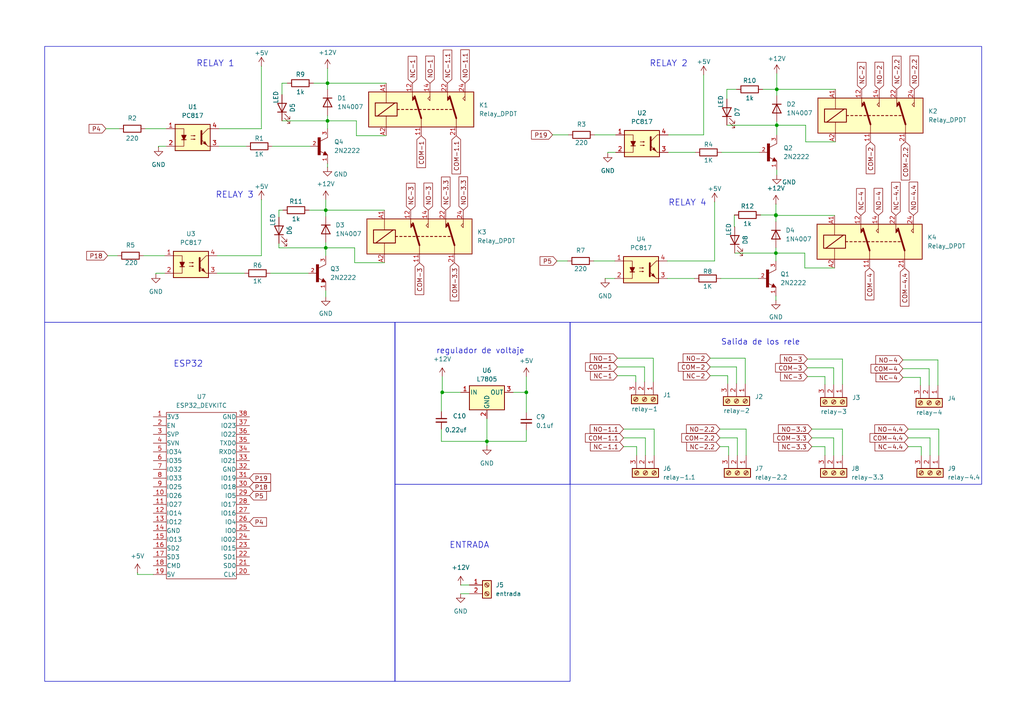
<source format=kicad_sch>
(kicad_sch (version 20250114) (generator "eeschema") (generator_version "9.0")
  (paper "A4")
  (lib_symbols
    (symbol "2N2222:2N2222" (pin_names (offset 1.016))
      (property "Reference" "Q" (at -10.16 7.62 0))
      (property "Value" "2N2222" (at -10.16 -7.62 0))
      (symbol "2N2222_0_0"
        (pin passive line (at -2.54 0 0) (length 2.54) (name "~") (number "2"))
        (pin passive line (at 2.54 5.08 270) (length 2.54) (name "~") (number "3"))
        (pin passive line (at 2.54 -5.08 90) (length 2.54) (name "~") (number "1"))
      )
    )
    (symbol "Connector:Screw_Terminal_01x02" (pin_names (offset 1.016) (hide yes))
      (property "Reference" "J" (at 0 2.54 0))
      (property "Value" "Screw_Terminal_01x02" (at 0 -5.08 0))
      (symbol "Screw_Terminal_01x02_1_1"
        (pin passive line (at -5.08 0 0) (length 3.81) (name "Pin_1") (number "1"))
        (pin passive line (at -5.08 -2.54 0) (length 3.81) (name "Pin_2") (number "2"))
      )
    )
    (symbol "Connector:Screw_Terminal_01x03" (pin_names (offset 1.016) (hide yes))
      (property "Reference" "J" (at 0 5.08 0))
      (property "Value" "Screw_Terminal_01x03" (at 0 -5.08 0))
      (symbol "Screw_Terminal_01x03_1_1"
        (pin passive line (at -5.08 2.54 0) (length 3.81) (name "Pin_1") (number "1"))
        (pin passive line (at -5.08 0 0) (length 3.81) (name "Pin_2") (number "2"))
        (pin passive line (at -5.08 -2.54 0) (length 3.81) (name "Pin_3") (number "3"))
      )
    )
    (symbol "Device:C_Small" (pin_numbers (hide yes)) (pin_names (offset 0.254) (hide yes))
      (property "Reference" "C" (at 0.254 1.778 0))
      (property "Value" "C_Small" (at 0.254 -2.032 0))
      (symbol "C_Small_1_1"
        (pin passive line (at 0 2.54 270) (length 2.032) (name "~") (number "1"))
        (pin passive line (at 0 -2.54 90) (length 2.032) (name "~") (number "2"))
      )
    )
    (symbol "Device:LED" (pin_numbers (hide yes)) (pin_names (offset 1.016) (hide yes))
      (property "Reference" "D" (at 0 2.54 0))
      (property "Value" "LED" (at 0 -2.54 0))
      (symbol "LED_1_1"
        (pin passive line (at -3.81 0 0) (length 2.54) (name "K") (number "1"))
        (pin passive line (at 3.81 0 180) (length 2.54) (name "A") (number "2"))
      )
    )
    (symbol "Device:R" (pin_numbers (hide yes)) (pin_names (offset 0))
      (property "Reference" "R" (at 2.032 0 90))
      (property "Value" "R" (at 0 0 90))
      (symbol "R_1_1"
        (pin passive line (at 0 3.81 270) (length 1.27) (name "~") (number "1"))
        (pin passive line (at 0 -3.81 90) (length 1.27) (name "~") (number "2"))
      )
    )
    (symbol "Diode:1N4007" (pin_numbers (hide yes)) (pin_names (hide yes))
      (property "Reference" "D" (at 0 2.54 0))
      (property "Value" "1N4007" (at 0 -2.54 0))
      (symbol "1N4007_1_1"
        (pin passive line (at -3.81 0 0) (length 2.54) (name "K") (number "1"))
        (pin passive line (at 3.81 0 180) (length 2.54) (name "A") (number "2"))
      )
    )
    (symbol "EESTN5:ESP32_DEVKITC" (pin_names (offset 0.0254))
      (property "Reference" "U" (at 0 25.4 0))
      (property "Value" "ESP32_DEVKITC" (at 0 -25.4 0))
      (symbol "ESP32_DEVKITC_1_1"
        (pin passive line (at -13.97 22.86 0) (length 3.81) (name "3V3") (number "1"))
        (pin passive line (at -13.97 20.32 0) (length 3.81) (name "EN") (number "2"))
        (pin passive line (at -13.97 17.78 0) (length 3.81) (name "SVP") (number "3"))
        (pin passive line (at -13.97 15.24 0) (length 3.81) (name "SVN") (number "4"))
        (pin passive line (at -13.97 12.7 0) (length 3.81) (name "IO34") (number "5"))
        (pin passive line (at -13.97 10.16 0) (length 3.81) (name "IO35") (number "6"))
        (pin passive line (at -13.97 7.62 0) (length 3.81) (name "IO32") (number "7"))
        (pin passive line (at -13.97 5.08 0) (length 3.81) (name "IO33") (number "8"))
        (pin passive line (at -13.97 2.54 0) (length 3.81) (name "IO25") (number "9"))
        (pin passive line (at -13.97 0 0) (length 3.81) (name "IO26") (number "10"))
        (pin passive line (at -13.97 -2.54 0) (length 3.81) (name "IO27") (number "11"))
        (pin passive line (at -13.97 -5.08 0) (length 3.81) (name "IO14") (number "12"))
        (pin passive line (at -13.97 -7.62 0) (length 3.81) (name "IO12") (number "13"))
        (pin passive line (at -13.97 -10.16 0) (length 3.81) (name "GND") (number "14"))
        (pin passive line (at -13.97 -12.7 0) (length 3.81) (name "IO13") (number "15"))
        (pin passive line (at -13.97 -15.24 0) (length 3.81) (name "SD2") (number "16"))
        (pin passive line (at -13.97 -17.78 0) (length 3.81) (name "SD3") (number "17"))
        (pin passive line (at -13.97 -20.32 0) (length 3.81) (name "CMD") (number "18"))
        (pin passive line (at -13.97 -22.86 0) (length 3.81) (name "5V") (number "19"))
        (pin passive line (at 13.97 22.86 180) (length 3.81) (name "GND") (number "38"))
        (pin passive line (at 13.97 20.32 180) (length 3.81) (name "IO23") (number "37"))
        (pin passive line (at 13.97 17.78 180) (length 3.81) (name "IO22") (number "36"))
        (pin passive line (at 13.97 15.24 180) (length 3.81) (name "TXD0") (number "35"))
        (pin passive line (at 13.97 12.7 180) (length 3.81) (name "RXD0") (number "34"))
        (pin passive line (at 13.97 10.16 180) (length 3.81) (name "IO21") (number "33"))
        (pin passive line (at 13.97 7.62 180) (length 3.81) (name "GND") (number "32"))
        (pin passive line (at 13.97 5.08 180) (length 3.81) (name "IO19") (number "31"))
        (pin passive line (at 13.97 2.54 180) (length 3.81) (name "IO18") (number "30"))
        (pin passive line (at 13.97 0 180) (length 3.81) (name "IO5") (number "29"))
        (pin passive line (at 13.97 -2.54 180) (length 3.81) (name "IO17") (number "28"))
        (pin passive line (at 13.97 -5.08 180) (length 3.81) (name "IO16") (number "27"))
        (pin passive line (at 13.97 -7.62 180) (length 3.81) (name "IO4") (number "26"))
        (pin passive line (at 13.97 -10.16 180) (length 3.81) (name "IO0") (number "25"))
        (pin passive line (at 13.97 -12.7 180) (length 3.81) (name "IO02") (number "24"))
        (pin passive line (at 13.97 -15.24 180) (length 3.81) (name "IO15") (number "23"))
        (pin passive line (at 13.97 -17.78 180) (length 3.81) (name "SD1") (number "22"))
        (pin passive line (at 13.97 -20.32 180) (length 3.81) (name "SD0") (number "21"))
        (pin passive line (at 13.97 -22.86 180) (length 3.81) (name "CLK") (number "20"))
      )
    )
    (symbol "EESTN5:PC817" (pin_names (offset 1.016))
      (property "Reference" "U" (at -5.08 5.08 0))
      (property "Value" "PC817" (at 0 5.08 0))
      (symbol "PC817_1_1"
        (pin passive line (at -7.62 2.54 0) (length 2.54) (name "~") (number "1"))
        (pin passive line (at -7.62 -2.54 0) (length 2.54) (name "~") (number "2"))
        (pin passive line (at 7.62 2.54 180) (length 2.54) (name "~") (number "4"))
        (pin passive line (at 7.62 -2.54 180) (length 2.54) (name "~") (number "3"))
      )
    )
    (symbol "Regulator_Linear:L7805" (pin_names (offset 0.254))
      (property "Reference" "U" (at -3.81 3.175 0))
      (property "Value" "L7805" (at 0 3.175 0))
      (symbol "L7805_1_1"
        (pin power_in line (at -7.62 0 0) (length 2.54) (name "IN") (number "1"))
        (pin power_in line (at 0 -7.62 90) (length 2.54) (name "GND") (number "2"))
        (pin power_out line (at 7.62 0 180) (length 2.54) (name "OUT") (number "3"))
      )
    )
    (symbol "Relay:Relay_DPDT"
      (property "Reference" "K" (at 16.51 3.81 0))
      (property "Value" "Relay_DPDT" (at 16.51 1.27 0))
      (symbol "Relay_DPDT_1_1"
        (pin passive line (at -10.16 7.62 270) (length 2.54) (name "~") (number "A1"))
        (pin passive line (at -10.16 -7.62 90) (length 2.54) (name "~") (number "A2"))
        (pin passive line (at -2.54 7.62 270) (length 2.54) (name "~") (number "12"))
        (pin passive line (at 0 -7.62 90) (length 2.54) (name "~") (number "11"))
        (pin passive line (at 2.54 7.62 270) (length 2.54) (name "~") (number "14"))
        (pin passive line (at 7.62 7.62 270) (length 2.54) (name "~") (number "22"))
        (pin passive line (at 10.16 -7.62 90) (length 2.54) (name "~") (number "21"))
        (pin passive line (at 12.7 7.62 270) (length 2.54) (name "~") (number "24"))
      )
    )
    (symbol "power:+12V" (power) (pin_numbers (hide yes)) (pin_names (offset 0) (hide yes))
      (property "Value" "+12V" (at 0 3.556 0))
      (symbol "+12V_1_1"
        (pin power_in line (at 0 0 90) (length 0) (name "~") (number "1"))
      )
    )
    (symbol "power:+5V" (power) (pin_numbers (hide yes)) (pin_names (offset 0) (hide yes))
      (property "Value" "+5V" (at 0 3.556 0))
      (symbol "+5V_1_1"
        (pin power_in line (at 0 0 90) (length 0) (name "~") (number "1"))
      )
    )
    (symbol "power:GND" (power) (pin_numbers (hide yes)) (pin_names (offset 0) (hide yes))
      (property "Value" "GND" (at 0 -3.81 0))
      (symbol "GND_1_1"
        (pin power_in line (at 0 0 270) (length 0) (name "~") (number "1"))
      )
    )
  )
  (rectangle (start 12.954 13.462) (end 284.734 93.472))
  (rectangle (start 12.954 93.472) (end 114.554 197.612))
  (rectangle (start 114.554 140.462) (end 165.354 197.612))
  (rectangle (start 165.354 93.472) (end 284.734 140.462))
  (rectangle (start 114.554 93.472) (end 165.354 140.462))
  (text "ENTRADA\n" (at 136.144 158.242 0) (effects (font (size 1.778 1.778))))
  (text "RELAY 4" (at 199.39 58.928 0) (effects (font (size 1.778 1.778))))
  (text "RELAY 2" (at 193.929 18.542 0) (effects (font (size 1.778 1.778))))
  (text "RELAY 3" (at 68.072 56.642 0) (effects (font (size 1.778 1.778))))
  (text "Salida de los rele \n" (at 221.234 99.314 0) (effects (font (size 1.651 1.651))))
  (text "RELAY 1\n" (at 62.484 18.542 0) (effects (font (size 1.778 1.778))))
  (text "regulador de voltaje \n" (at 139.954 101.854 0) (effects (font (size 1.651 1.651))))
  (text "ESP32" (at 54.61 105.664 0) (effects (font (size 1.778 1.778))))
  (junction (at 225.044 62.357))
  (junction (at 141.224 128.016))
  (junction (at 94.488 60.96))
  (junction (at 225.298 36.322))
  (junction (at 225.298 25.908))
  (junction (at 152.654 113.792))
  (junction (at 128.27 113.792))
  (junction (at 94.996 35.052))
  (junction (at 94.996 24.13))
  (junction (at 94.488 71.882))
  (junction (at 225.044 62.484))
  (junction (at 225.044 73.406))
  (wire (pts (xy 211.328 129.54) (xy 211.328 132.08)))
  (wire (pts (xy 103.378 35.052) (xy 94.996 35.052)))
  (wire (pts (xy 225.044 59.182) (xy 225.044 62.357)))
  (wire (pts (xy 216.154 103.886) (xy 216.154 111.252)))
  (wire (pts (xy 235.458 129.54) (xy 239.268 129.54)))
  (wire (pts (xy 63.5 37.338) (xy 75.819 37.338)))
  (wire (pts (xy 111.506 76.2) (xy 102.87 76.2)))
  (wire (pts (xy 180.848 129.54) (xy 184.658 129.54)))
  (wire (pts (xy 128.016 113.792) (xy 128.016 119.38)))
  (wire (pts (xy 234.188 104.14) (xy 244.348 104.14)))
  (wire (pts (xy 94.488 70.358) (xy 94.488 71.882)))
  (wire (pts (xy 172.212 75.692) (xy 178.308 75.692)))
  (wire (pts (xy 225.298 25.908) (xy 242.316 25.908)))
  (wire (pts (xy 45.212 79.248) (xy 47.752 79.248)))
  (wire (pts (xy 225.044 71.882) (xy 225.044 73.406)))
  (wire (pts (xy 133.604 169.672) (xy 136.144 169.672)))
  (wire (pts (xy 133.604 172.212) (xy 136.144 172.212)))
  (wire (pts (xy 239.268 129.54) (xy 239.268 132.08)))
  (wire (pts (xy 213.614 106.426) (xy 213.614 111.252)))
  (wire (pts (xy 263.398 129.54) (xy 267.208 129.54)))
  (wire (pts (xy 269.494 106.934) (xy 269.494 111.76)))
  (wire (pts (xy 193.802 44.196) (xy 201.676 44.196)))
  (wire (pts (xy 128.27 113.792) (xy 133.604 113.792)))
  (wire (pts (xy 241.808 106.68) (xy 241.808 111.506)))
  (wire (pts (xy 221.234 25.908) (xy 225.298 25.908)))
  (wire (pts (xy 186.944 106.426) (xy 186.944 110.744)))
  (wire (pts (xy 178.562 44.196) (xy 176.276 44.196)))
  (wire (pts (xy 128.27 109.22) (xy 128.27 113.792)))
  (wire (pts (xy 205.994 103.886) (xy 216.154 103.886)))
  (wire (pts (xy 112.014 39.37) (xy 103.378 39.37)))
  (wire (pts (xy 94.996 47.498) (xy 94.996 48.514)))
  (wire (pts (xy 94.488 84.328) (xy 94.488 86.106)))
  (wire (pts (xy 128.016 124.46) (xy 128.016 128.016)))
  (wire (pts (xy 204.089 21.717) (xy 204.089 39.116)))
  (wire (pts (xy 80.899 71.882) (xy 94.488 71.882)))
  (wire (pts (xy 225.044 62.484) (xy 225.044 64.262)))
  (wire (pts (xy 209.042 80.772) (xy 219.964 80.772)))
  (wire (pts (xy 239.268 109.22) (xy 239.268 111.506)))
  (wire (pts (xy 161.544 75.692) (xy 164.592 75.692)))
  (wire (pts (xy 80.899 60.96) (xy 80.899 62.992)))
  (wire (pts (xy 193.548 80.772) (xy 201.422 80.772)))
  (wire (pts (xy 152.654 109.22) (xy 152.654 113.792)))
  (wire (pts (xy 220.599 62.357) (xy 225.044 62.357)))
  (wire (pts (xy 78.486 79.248) (xy 89.408 79.248)))
  (wire (pts (xy 208.788 127) (xy 213.868 127)))
  (wire (pts (xy 63.5 42.418) (xy 71.374 42.418)))
  (wire (pts (xy 128.27 113.792) (xy 128.016 113.792)))
  (wire (pts (xy 48.26 42.418) (xy 45.974 42.418)))
  (wire (pts (xy 212.979 62.357) (xy 212.979 65.786)))
  (wire (pts (xy 81.788 27.432) (xy 81.788 24.13)))
  (wire (pts (xy 180.848 124.46) (xy 189.738 124.46)))
  (wire (pts (xy 141.224 128.016) (xy 141.224 129.286)))
  (wire (pts (xy 261.874 109.474) (xy 266.954 109.474)))
  (wire (pts (xy 225.044 85.852) (xy 225.044 87.122)))
  (wire (pts (xy 187.198 127) (xy 187.198 132.08)))
  (wire (pts (xy 216.408 124.46) (xy 216.408 132.08)))
  (wire (pts (xy 213.614 25.908) (xy 210.82 25.908)))
  (wire (pts (xy 75.819 19.177) (xy 75.819 37.338)))
  (wire (pts (xy 78.994 42.418) (xy 89.916 42.418)))
  (wire (pts (xy 81.788 24.13) (xy 83.312 24.13)))
  (wire (pts (xy 225.044 62.357) (xy 225.044 62.484)))
  (wire (pts (xy 225.298 35.306) (xy 225.298 36.322)))
  (wire (pts (xy 94.488 57.912) (xy 94.488 60.96)))
  (wire (pts (xy 234.188 106.68) (xy 241.808 106.68)))
  (wire (pts (xy 225.044 73.406) (xy 225.044 75.692)))
  (wire (pts (xy 184.658 129.54) (xy 184.658 132.08)))
  (wire (pts (xy 45.212 79.502) (xy 45.212 79.248)))
  (wire (pts (xy 267.208 129.54) (xy 267.208 132.08)))
  (wire (pts (xy 141.224 121.412) (xy 141.224 128.016)))
  (wire (pts (xy 179.07 103.886) (xy 189.484 103.886)))
  (wire (pts (xy 225.298 21.336) (xy 225.298 25.908)))
  (wire (pts (xy 210.82 36.322) (xy 225.298 36.322)))
  (wire (pts (xy 81.788 35.052) (xy 94.996 35.052)))
  (wire (pts (xy 179.07 108.966) (xy 184.404 108.966)))
  (wire (pts (xy 94.488 71.882) (xy 94.488 74.168)))
  (wire (pts (xy 244.348 104.14) (xy 244.348 111.506)))
  (wire (pts (xy 179.07 106.426) (xy 186.944 106.426)))
  (wire (pts (xy 176.276 44.196) (xy 176.276 44.45)))
  (wire (pts (xy 160.274 39.116) (xy 164.846 39.116)))
  (wire (pts (xy 263.398 124.46) (xy 272.288 124.46)))
  (wire (pts (xy 242.316 41.148) (xy 233.68 41.148)))
  (wire (pts (xy 205.994 108.966) (xy 211.074 108.966)))
  (wire (pts (xy 31.242 74.168) (xy 34.036 74.168)))
  (wire (pts (xy 242.062 77.724) (xy 233.426 77.724)))
  (wire (pts (xy 152.654 124.714) (xy 152.654 128.016)))
  (wire (pts (xy 62.992 74.168) (xy 75.819 74.168)))
  (wire (pts (xy 82.042 60.96) (xy 80.899 60.96)))
  (wire (pts (xy 207.264 58.547) (xy 207.264 75.692)))
  (wire (pts (xy 39.878 166.624) (xy 39.878 166.116)))
  (wire (pts (xy 208.788 124.46) (xy 216.408 124.46)))
  (wire (pts (xy 208.788 129.54) (xy 211.328 129.54)))
  (wire (pts (xy 44.45 166.624) (xy 39.878 166.624)))
  (wire (pts (xy 94.996 24.13) (xy 94.996 25.908)))
  (wire (pts (xy 30.734 37.338) (xy 34.544 37.338)))
  (wire (pts (xy 80.899 70.612) (xy 80.899 71.882)))
  (wire (pts (xy 90.932 24.13) (xy 94.996 24.13)))
  (wire (pts (xy 89.662 60.96) (xy 94.488 60.96)))
  (wire (pts (xy 225.298 36.322) (xy 233.68 36.322)))
  (wire (pts (xy 103.378 39.37) (xy 103.378 35.052)))
  (wire (pts (xy 94.488 71.882) (xy 102.87 71.882)))
  (wire (pts (xy 266.954 109.474) (xy 266.954 111.76)))
  (wire (pts (xy 102.87 76.2) (xy 102.87 71.882)))
  (wire (pts (xy 205.994 106.426) (xy 213.614 106.426)))
  (wire (pts (xy 175.514 80.772) (xy 178.308 80.772)))
  (wire (pts (xy 211.074 108.966) (xy 211.074 111.252)))
  (wire (pts (xy 172.466 39.116) (xy 178.562 39.116)))
  (wire (pts (xy 225.298 36.322) (xy 225.298 39.116)))
  (wire (pts (xy 180.848 127) (xy 187.198 127)))
  (wire (pts (xy 225.298 25.908) (xy 225.298 27.686)))
  (wire (pts (xy 272.288 124.46) (xy 272.288 132.08)))
  (wire (pts (xy 45.974 42.418) (xy 45.974 42.672)))
  (wire (pts (xy 184.404 108.966) (xy 184.404 110.744)))
  (wire (pts (xy 235.458 127) (xy 241.808 127)))
  (wire (pts (xy 263.398 127) (xy 269.748 127)))
  (wire (pts (xy 193.802 39.116) (xy 204.089 39.116)))
  (wire (pts (xy 210.82 25.908) (xy 210.82 28.702)))
  (wire (pts (xy 272.034 104.394) (xy 272.034 111.76)))
  (wire (pts (xy 261.874 106.934) (xy 269.494 106.934)))
  (wire (pts (xy 193.548 75.692) (xy 207.264 75.692)))
  (wire (pts (xy 94.996 19.812) (xy 94.996 24.13)))
  (wire (pts (xy 94.996 33.528) (xy 94.996 35.052)))
  (wire (pts (xy 152.654 128.016) (xy 141.224 128.016)))
  (wire (pts (xy 41.656 74.168) (xy 47.752 74.168)))
  (wire (pts (xy 62.992 79.248) (xy 70.866 79.248)))
  (wire (pts (xy 234.188 109.22) (xy 239.268 109.22)))
  (wire (pts (xy 213.106 73.406) (xy 225.044 73.406)))
  (wire (pts (xy 233.426 73.406) (xy 225.044 73.406)))
  (wire (pts (xy 152.654 113.792) (xy 148.844 113.792)))
  (wire (pts (xy 189.484 103.886) (xy 189.484 110.744)))
  (wire (pts (xy 94.488 60.96) (xy 111.506 60.96)))
  (wire (pts (xy 225.044 62.484) (xy 242.062 62.484)))
  (wire (pts (xy 209.296 44.196) (xy 220.218 44.196)))
  (wire (pts (xy 261.874 104.394) (xy 272.034 104.394)))
  (wire (pts (xy 94.996 35.052) (xy 94.996 37.338)))
  (wire (pts (xy 212.979 65.786) (xy 213.106 65.786)))
  (wire (pts (xy 225.298 49.276) (xy 225.298 50.8)))
  (wire (pts (xy 233.68 41.148) (xy 233.68 36.322)))
  (wire (pts (xy 152.654 113.792) (xy 152.654 119.634)))
  (wire (pts (xy 42.164 37.338) (xy 48.26 37.338)))
  (wire (pts (xy 241.808 127) (xy 241.808 132.08)))
  (wire (pts (xy 75.819 57.912) (xy 75.819 74.168)))
  (wire (pts (xy 128.016 128.016) (xy 141.224 128.016)))
  (wire (pts (xy 233.426 77.724) (xy 233.426 73.406)))
  (wire (pts (xy 94.996 24.13) (xy 112.014 24.13)))
  (wire (pts (xy 235.458 124.46) (xy 244.348 124.46)))
  (wire (pts (xy 94.488 60.96) (xy 94.488 62.738)))
  (wire (pts (xy 189.738 124.46) (xy 189.738 132.08)))
  (wire (pts (xy 244.348 124.46) (xy 244.348 132.08)))
  (wire (pts (xy 213.868 127) (xy 213.868 132.08)))
  (wire (pts (xy 269.748 127) (xy 269.748 132.08)))
  (global_label "COM-1.1" (shape input) (at 132.334 39.37 270) (property "Intersheetrefs" "${INTERSHEET_REFS}" (effects (hide yes))))
  (global_label "NO-4" (shape input) (at 261.874 104.394 180) (property "Intersheetrefs" "${INTERSHEET_REFS}" (effects (hide yes))))
  (global_label "COM-3.3" (shape input) (at 235.458 127 180) (property "Intersheetrefs" "${INTERSHEET_REFS}" (effects (hide yes))))
  (global_label "COM-3" (shape input) (at 121.666 76.2 270) (property "Intersheetrefs" "${INTERSHEET_REFS}" (effects (hide yes))))
  (global_label "COM-4.4" (shape input) (at 263.398 127 180) (property "Intersheetrefs" "${INTERSHEET_REFS}" (effects (hide yes))))
  (global_label "P19" (shape input) (at 160.274 39.116 180) (property "Intersheetrefs" "${INTERSHEET_REFS}" (effects (hide yes))))
  (global_label "NC-3.3" (shape input) (at 129.286 60.96 90) (property "Intersheetrefs" "${INTERSHEET_REFS}" (effects (hide yes))))
  (global_label "NO-2" (shape input) (at 205.994 103.886 180) (property "Intersheetrefs" "${INTERSHEET_REFS}" (effects (hide yes))))
  (global_label "COM-1" (shape input) (at 179.07 106.426 180) (property "Intersheetrefs" "${INTERSHEET_REFS}" (effects (hide yes))))
  (global_label "NO-1.1" (shape input) (at 180.848 124.46 180) (property "Intersheetrefs" "${INTERSHEET_REFS}" (effects (hide yes))))
  (global_label "NC-2.2" (shape input) (at 208.788 129.54 180) (property "Intersheetrefs" "${INTERSHEET_REFS}" (effects (hide yes))))
  (global_label "COM-4" (shape input) (at 252.222 77.724 270) (property "Intersheetrefs" "${INTERSHEET_REFS}" (effects (hide yes))))
  (global_label "NO-4.4" (shape input) (at 264.922 62.484 90) (property "Intersheetrefs" "${INTERSHEET_REFS}" (effects (hide yes))))
  (global_label "COM-2.2" (shape input) (at 208.788 127 180) (property "Intersheetrefs" "${INTERSHEET_REFS}" (effects (hide yes))))
  (global_label "NO-3" (shape input) (at 124.206 60.96 90) (property "Intersheetrefs" "${INTERSHEET_REFS}" (effects (hide yes))))
  (global_label "NC-1" (shape input) (at 119.634 24.13 90) (property "Intersheetrefs" "${INTERSHEET_REFS}" (effects (hide yes))))
  (global_label "NC-2" (shape input) (at 205.994 108.966 180) (property "Intersheetrefs" "${INTERSHEET_REFS}" (effects (hide yes))))
  (global_label "COM-2" (shape input) (at 252.476 41.148 270) (property "Intersheetrefs" "${INTERSHEET_REFS}" (effects (hide yes))))
  (global_label "NC-1" (shape input) (at 179.07 108.966 180) (property "Intersheetrefs" "${INTERSHEET_REFS}" (effects (hide yes))))
  (global_label "NO-2.2" (shape input) (at 265.176 25.908 90) (property "Intersheetrefs" "${INTERSHEET_REFS}" (effects (hide yes))))
  (global_label "NC-4.4" (shape input) (at 259.842 62.484 90) (property "Intersheetrefs" "${INTERSHEET_REFS}" (effects (hide yes))))
  (global_label "COM-1" (shape input) (at 122.174 39.37 270) (property "Intersheetrefs" "${INTERSHEET_REFS}" (effects (hide yes))))
  (global_label "COM-4" (shape input) (at 261.874 106.934 180) (property "Intersheetrefs" "${INTERSHEET_REFS}" (effects (hide yes))))
  (global_label "NO-1" (shape input) (at 124.714 24.13 90) (property "Intersheetrefs" "${INTERSHEET_REFS}" (effects (hide yes))))
  (global_label "NO-3.3" (shape input) (at 235.458 124.46 180) (property "Intersheetrefs" "${INTERSHEET_REFS}" (effects (hide yes))))
  (global_label "NO-4.4" (shape input) (at 263.398 124.46 180) (property "Intersheetrefs" "${INTERSHEET_REFS}" (effects (hide yes))))
  (global_label "P5" (shape input) (at 161.544 75.692 180) (property "Intersheetrefs" "${INTERSHEET_REFS}" (effects (hide yes))))
  (global_label "NC-4" (shape input) (at 249.682 62.484 90) (property "Intersheetrefs" "${INTERSHEET_REFS}" (effects (hide yes))))
  (global_label "COM-3.3" (shape input) (at 131.826 76.2 270) (property "Intersheetrefs" "${INTERSHEET_REFS}" (effects (hide yes))))
  (global_label "COM-4.4" (shape input) (at 262.382 77.724 270) (property "Intersheetrefs" "${INTERSHEET_REFS}" (effects (hide yes))))
  (global_label "P18" (shape input) (at 72.39 141.224 0) (property "Intersheetrefs" "${INTERSHEET_REFS}" (effects (hide yes))))
  (global_label "P18" (shape input) (at 31.242 74.168 180) (property "Intersheetrefs" "${INTERSHEET_REFS}" (effects (hide yes))))
  (global_label "NC-2" (shape input) (at 249.936 25.908 90) (property "Intersheetrefs" "${INTERSHEET_REFS}" (effects (hide yes))))
  (global_label "NC-4" (shape input) (at 261.874 109.474 180) (property "Intersheetrefs" "${INTERSHEET_REFS}" (effects (hide yes))))
  (global_label "NC-3.3" (shape input) (at 235.458 129.54 180) (property "Intersheetrefs" "${INTERSHEET_REFS}" (effects (hide yes))))
  (global_label "NC-2.2" (shape input) (at 260.096 25.908 90) (property "Intersheetrefs" "${INTERSHEET_REFS}" (effects (hide yes))))
  (global_label "P19" (shape input) (at 72.39 138.684 0) (property "Intersheetrefs" "${INTERSHEET_REFS}" (effects (hide yes))))
  (global_label "NO-4" (shape input) (at 254.762 62.484 90) (property "Intersheetrefs" "${INTERSHEET_REFS}" (effects (hide yes))))
  (global_label "NO-3" (shape input) (at 234.188 104.14 180) (property "Intersheetrefs" "${INTERSHEET_REFS}" (effects (hide yes))))
  (global_label "COM-1.1" (shape input) (at 180.848 127 180) (property "Intersheetrefs" "${INTERSHEET_REFS}" (effects (hide yes))))
  (global_label "NO-2" (shape input) (at 255.016 25.908 90) (property "Intersheetrefs" "${INTERSHEET_REFS}" (effects (hide yes))))
  (global_label "NC-1.1" (shape input) (at 129.794 24.13 90) (property "Intersheetrefs" "${INTERSHEET_REFS}" (effects (hide yes))))
  (global_label "P5" (shape input) (at 72.39 143.764 0) (property "Intersheetrefs" "${INTERSHEET_REFS}" (effects (hide yes))))
  (global_label "NO-3.3" (shape input) (at 134.366 60.96 90) (property "Intersheetrefs" "${INTERSHEET_REFS}" (effects (hide yes))))
  (global_label "NO-1.1" (shape input) (at 134.874 24.13 90) (property "Intersheetrefs" "${INTERSHEET_REFS}" (effects (hide yes))))
  (global_label "P4" (shape input) (at 30.734 37.338 180) (property "Intersheetrefs" "${INTERSHEET_REFS}" (effects (hide yes))))
  (global_label "NC-1.1" (shape input) (at 180.848 129.54 180) (property "Intersheetrefs" "${INTERSHEET_REFS}" (effects (hide yes))))
  (global_label "P4" (shape input) (at 72.39 151.384 0) (property "Intersheetrefs" "${INTERSHEET_REFS}" (effects (hide yes))))
  (global_label "NC-3" (shape input) (at 234.188 109.22 180) (property "Intersheetrefs" "${INTERSHEET_REFS}" (effects (hide yes))))
  (global_label "NO-1" (shape input) (at 179.07 103.886 180) (property "Intersheetrefs" "${INTERSHEET_REFS}" (effects (hide yes))))
  (global_label "NC-4.4" (shape input) (at 263.398 129.54 180) (property "Intersheetrefs" "${INTERSHEET_REFS}" (effects (hide yes))))
  (global_label "COM-3" (shape input) (at 234.188 106.68 180) (property "Intersheetrefs" "${INTERSHEET_REFS}" (effects (hide yes))))
  (global_label "NC-3" (shape input) (at 119.126 60.96 90) (property "Intersheetrefs" "${INTERSHEET_REFS}" (effects (hide yes))))
  (global_label "COM-2.2" (shape input) (at 262.636 41.148 270) (property "Intersheetrefs" "${INTERSHEET_REFS}" (effects (hide yes))))
  (global_label "NO-2.2" (shape input) (at 208.788 124.46 180) (property "Intersheetrefs" "${INTERSHEET_REFS}" (effects (hide yes))))
  (global_label "COM-2" (shape input) (at 205.994 106.426 180) (property "Intersheetrefs" "${INTERSHEET_REFS}" (effects (hide yes))))
  (symbol (lib_id "2N2222:2N2222") (at 222.758 44.196 0) (unit 1)
    (property "Reference" "Q2" (at 227.203 42.9259 0) (effects (justify left)))
    (property "Value" "2N2222" (at 227.203 45.4659 0) (effects (justify left)))
    (property "Footprint" "Package_TO_SOT_THT:TO-92L_Inline" (effects (hide yes)))
    (property "MF" "STMicroelectronics" (effects (hide yes)))
    (property "MAXIMUM_PACKAGE_HEIGHT" "7.3 mm" (effects (hide yes)))
    (property "Package" "TO-18 Texas Instruments" (effects (hide yes)))
    (property "Price" "None" (effects (hide yes)))
    (property "Check_prices" "https://www.snapeda.com/parts/2N2222/STMicroelectronics/view-part/?ref=eda" (effects (hide yes)))
    (property "STANDARD" "IPC 7351B" (effects (hide yes)))
    (property "PARTREV" "January 1989" (effects (hide yes)))
    (property "SnapEDA_Link" "https://www.snapeda.com/parts/2N2222/STMicroelectronics/view-part/?ref=snap" (effects (hide yes)))
    (property "MP" "2N2222" (effects (hide yes)))
    (property "Description_1" "Bipolar (BJT) Transistor NPN 30 V 600 mA 250MHz 500 mW Through Hole TO-18" (effects (hide yes)))
    (property "Availability" "Not in stock" (effects (hide yes)))
    (property "MANUFACTURER" "STMicroelectronics" (effects (hide yes)))
  )
  (symbol (lib_id "Device:R") (at 217.424 25.908 90) (unit 1)
    (property "Reference" "R10" (at 217.424 23.368 90))
    (property "Value" "1k" (at 217.424 28.448 90))
    (property "Footprint" "Resistor_SMD:R_0805_2012Metric_Pad1.20x1.40mm_HandSolder" (effects (hide yes)))
    (property "Description" "Resistor" (effects (hide yes)))
  )
  (symbol (lib_id "Device:R") (at 37.846 74.168 90) (unit 1)
    (property "Reference" "R5" (at 37.846 71.12 90))
    (property "Value" "220" (at 38.1 76.2 90))
    (property "Footprint" "Resistor_SMD:R_0805_2012Metric_Pad1.20x1.40mm_HandSolder" (effects (hide yes)))
    (property "Description" "Resistor" (effects (hide yes)))
  )
  (symbol (lib_id "Connector:Screw_Terminal_01x03") (at 241.808 116.586 270) (unit 1)
    (property "Reference" "J3" (at 247.142 115.3159 90) (effects (justify left)))
    (property "Value" "relay-3" (at 237.998 119.38 90) (effects (justify left)))
    (property "Footprint" "TerminalBlock:TerminalBlock_bornier-3_P5.08mm" (effects (hide yes)))
    (property "Description" "Generic screw terminal, single row, 01x03, script generated (kicad-library-utils/schlib/autogen/connector/)" (effects (hide yes)))
  )
  (symbol (lib_id "Diode:1N4007") (at 225.044 68.072 270) (unit 1)
    (property "Reference" "D4" (at 227.838 66.8019 90) (effects (justify left)))
    (property "Value" "1N4007" (at 227.838 69.3419 90) (effects (justify left)))
    (property "Footprint" "Diode_THT:D_DO-41_SOD81_P10.16mm_Horizontal" (effects (hide yes)))
    (property "Datasheet" "http://www.vishay.com/docs/88503/1n4001.pdf" (effects (hide yes)))
    (property "Description" "1000V 1A General Purpose Rectifier Diode, DO-41" (effects (hide yes)))
    (property "Sim.Device" "D" (effects (hide yes)))
    (property "Sim.Pins" "1=K 2=A" (effects (hide yes)))
  )
  (symbol (lib_id "power:GND") (at 94.488 86.106 0) (unit 1)
    (property "Reference" "#PWR02" (effects (hide yes)))
    (property "Value" "GND" (at 94.488 90.932 0))
    (property "Description" "Power symbol creates a global label with name \"GND\" , ground" (effects (hide yes)))
  )
  (symbol (lib_id "Diode:1N4007") (at 94.488 66.548 270) (unit 1)
    (property "Reference" "D3" (at 97.282 65.2779 90) (effects (justify left)))
    (property "Value" "1N4007" (at 97.282 67.8179 90) (effects (justify left)))
    (property "Footprint" "Diode_THT:D_DO-41_SOD81_P10.16mm_Horizontal" (effects (hide yes)))
    (property "Datasheet" "http://www.vishay.com/docs/88503/1n4001.pdf" (effects (hide yes)))
    (property "Description" "1000V 1A General Purpose Rectifier Diode, DO-41" (effects (hide yes)))
    (property "Sim.Device" "D" (effects (hide yes)))
    (property "Sim.Pins" "1=K 2=A" (effects (hide yes)))
  )
  (symbol (lib_id "EESTN5:PC817") (at 55.372 76.708 0) (unit 1)
    (property "Reference" "U3" (at 55.372 67.818 0))
    (property "Value" "PC817" (at 55.372 70.358 0))
    (property "Footprint" "PC817:DIL04" (effects (hide yes)))
    (property "Datasheet" "http://www.soselectronic.cz/a_info/resource/d/pc817.pdf" (effects (hide yes)))
    (property "Description" "DC Optocoupler, Vce 35V, CTR 50-300%, DIP4" (effects (hide yes)))
  )
  (symbol (lib_id "power:+12V") (at 94.488 57.912 0) (unit 1)
    (property "Reference" "#PWR06" (effects (hide yes)))
    (property "Value" "+12V" (at 94.488 53.34 0))
    (property "Description" "Power symbol creates a global label with name \"+12V\"" (effects (hide yes)))
  )
  (symbol (lib_id "Diode:1N4007") (at 94.996 29.718 270) (unit 1)
    (property "Reference" "D1" (at 97.79 28.4479 90) (effects (justify left)))
    (property "Value" "1N4007" (at 97.79 30.9879 90) (effects (justify left)))
    (property "Footprint" "Diode_THT:D_DO-41_SOD81_P10.16mm_Horizontal" (effects (hide yes)))
    (property "Datasheet" "http://www.vishay.com/docs/88503/1n4001.pdf" (effects (hide yes)))
    (property "Description" "1000V 1A General Purpose Rectifier Diode, DO-41" (effects (hide yes)))
    (property "Sim.Device" "D" (effects (hide yes)))
    (property "Sim.Pins" "1=K 2=A" (effects (hide yes)))
  )
  (symbol (lib_id "Device:R") (at 74.676 79.248 270) (unit 1)
    (property "Reference" "R6" (at 74.676 76.962 90))
    (property "Value" "1K" (at 74.676 81.534 90))
    (property "Footprint" "Resistor_SMD:R_0805_2012Metric_Pad1.20x1.40mm_HandSolder" (effects (hide yes)))
    (property "Description" "Resistor" (effects (hide yes)))
  )
  (symbol (lib_id "power:+12V") (at 133.604 169.672 0) (unit 1)
    (property "Reference" "#PWR014" (effects (hide yes)))
    (property "Value" "+12V" (at 133.604 164.592 0))
    (property "Description" "Power symbol creates a global label with name \"+12V\"" (effects (hide yes)))
  )
  (symbol (lib_id "power:+12V") (at 225.044 59.182 0) (unit 1)
    (property "Reference" "#PWR04" (effects (hide yes)))
    (property "Value" "+12V" (at 225.044 54.61 0))
    (property "Description" "Power symbol creates a global label with name \"+12V\"" (effects (hide yes)))
  )
  (symbol (lib_id "power:GND") (at 141.224 129.286 0) (unit 1)
    (property "Reference" "#PWR025" (effects (hide yes)))
    (property "Value" "GND" (at 141.224 134.366 0))
    (property "Description" "Power symbol creates a global label with name \"GND\" , ground" (effects (hide yes)))
  )
  (symbol (lib_id "Relay:Relay_DPDT") (at 121.666 68.58 0) (unit 1)
    (property "Reference" "K3" (at 138.43 67.3099 0) (effects (justify left)))
    (property "Value" "Relay_DPDT" (at 138.43 69.8499 0) (effects (justify left)))
    (property "Footprint" "Relay_THT:Relay_DPDT_Finder_30.22" (effects (hide yes)))
    (property "Description" "Monostable Relay DPDT, EN50005" (effects (hide yes)))
  )
  (symbol (lib_id "power:+5V") (at 75.819 57.912 0) (unit 1)
    (property "Reference" "#PWR023" (effects (hide yes)))
    (property "Value" "+5V" (at 75.819 54.102 0))
    (property "Description" "Power symbol creates a global label with name \"+5V\"" (effects (hide yes)))
  )
  (symbol (lib_id "Connector:Screw_Terminal_01x03") (at 213.614 116.332 270) (unit 1)
    (property "Reference" "J2" (at 218.948 115.0619 90) (effects (justify left)))
    (property "Value" "relay-2" (at 209.804 119.126 90) (effects (justify left)))
    (property "Footprint" "TerminalBlock:TerminalBlock_bornier-3_P5.08mm" (effects (hide yes)))
    (property "Description" "Generic screw terminal, single row, 01x03, script generated (kicad-library-utils/schlib/autogen/connector/)" (effects (hide yes)))
  )
  (symbol (lib_id "power:+5V") (at 75.819 19.177 0) (unit 1)
    (property "Reference" "#PWR020" (effects (hide yes)))
    (property "Value" "+5V" (at 75.819 15.367 0))
    (property "Description" "Power symbol creates a global label with name \"+5V\"" (effects (hide yes)))
  )
  (symbol (lib_id "Device:LED") (at 80.899 66.802 90) (unit 1)
    (property "Reference" "D6" (at 83.947 66.802 0))
    (property "Value" "LED" (at 79.121 63.754 0))
    (property "Footprint" "LED_THT:LED_D5.0mm" (effects (hide yes)))
    (property "Description" "Light emitting diode" (effects (hide yes)))
  )
  (symbol (lib_id "Connector:Screw_Terminal_01x03") (at 187.198 137.16 270) (unit 1)
    (property "Reference" "J6" (at 192.278 135.8899 90) (effects (justify left)))
    (property "Value" "relay-1.1" (at 192.278 138.4299 90) (effects (justify left)))
    (property "Footprint" "TerminalBlock:TerminalBlock_bornier-3_P5.08mm" (effects (hide yes)))
    (property "Description" "Generic screw terminal, single row, 01x03, script generated (kicad-library-utils/schlib/autogen/connector/)" (effects (hide yes)))
  )
  (symbol (lib_id "Device:R") (at 205.232 80.772 270) (unit 1)
    (property "Reference" "R8" (at 205.232 78.74 90))
    (property "Value" "1K" (at 205.232 83.058 90))
    (property "Footprint" "Resistor_SMD:R_0805_2012Metric_Pad1.20x1.40mm_HandSolder" (effects (hide yes)))
    (property "Description" "Resistor" (effects (hide yes)))
  )
  (symbol (lib_id "power:+5V") (at 207.264 58.547 0) (unit 1)
    (property "Reference" "#PWR022" (effects (hide yes)))
    (property "Value" "+5V" (at 207.264 54.737 0))
    (property "Description" "Power symbol creates a global label with name \"+5V\"" (effects (hide yes)))
  )
  (symbol (lib_id "Connector:Screw_Terminal_01x03") (at 269.748 137.16 270) (unit 1)
    (property "Reference" "J9" (at 274.828 135.8899 90) (effects (justify left)))
    (property "Value" "relay-4.4" (at 274.828 138.4299 90) (effects (justify left)))
    (property "Footprint" "TerminalBlock:TerminalBlock_bornier-3_P5.08mm" (effects (hide yes)))
    (property "Description" "Generic screw terminal, single row, 01x03, script generated (kicad-library-utils/schlib/autogen/connector/)" (effects (hide yes)))
  )
  (symbol (lib_id "Device:R") (at 85.852 60.96 90) (unit 1)
    (property "Reference" "R11" (at 85.852 58.42 90))
    (property "Value" "1k" (at 85.852 63.5 90))
    (property "Footprint" "Resistor_SMD:R_0805_2012Metric_Pad1.20x1.40mm_HandSolder" (effects (hide yes)))
    (property "Description" "Resistor" (effects (hide yes)))
  )
  (symbol (lib_id "Device:R") (at 216.789 62.357 90) (unit 1)
    (property "Reference" "R12" (at 216.789 59.817 90))
    (property "Value" "1k" (at 216.789 64.897 90))
    (property "Footprint" "Resistor_SMD:R_0805_2012Metric_Pad1.20x1.40mm_HandSolder" (effects (hide yes)))
    (property "Description" "Resistor" (effects (hide yes)))
  )
  (symbol (lib_id "Device:LED") (at 213.106 69.596 90) (unit 1)
    (property "Reference" "D8" (at 216.154 69.596 0))
    (property "Value" "LED" (at 211.328 66.548 0))
    (property "Footprint" "LED_THT:LED_D5.0mm" (effects (hide yes)))
    (property "Description" "Light emitting diode" (effects (hide yes)))
  )
  (symbol (lib_id "Device:R") (at 168.656 39.116 90) (unit 1)
    (property "Reference" "R3" (at 168.656 36.068 90))
    (property "Value" "220" (at 168.656 41.402 90))
    (property "Footprint" "Resistor_SMD:R_0805_2012Metric_Pad1.20x1.40mm_HandSolder" (effects (hide yes)))
    (property "Description" "Resistor" (effects (hide yes)))
  )
  (symbol (lib_id "EESTN5:PC817") (at 186.182 41.656 0) (unit 1)
    (property "Reference" "U2" (at 186.182 32.766 0))
    (property "Value" "PC817" (at 186.182 35.306 0))
    (property "Footprint" "PC817:DIL04" (effects (hide yes)))
    (property "Datasheet" "http://www.soselectronic.cz/a_info/resource/d/pc817.pdf" (effects (hide yes)))
    (property "Description" "DC Optocoupler, Vce 35V, CTR 50-300%, DIP4" (effects (hide yes)))
  )
  (symbol (lib_id "power:+5V") (at 204.089 21.717 0) (unit 1)
    (property "Reference" "#PWR021" (effects (hide yes)))
    (property "Value" "+5V" (at 204.089 17.907 0))
    (property "Description" "Power symbol creates a global label with name \"+5V\"" (effects (hide yes)))
  )
  (symbol (lib_id "Device:LED") (at 210.82 32.512 90) (unit 1)
    (property "Reference" "D7" (at 213.868 32.512 0))
    (property "Value" "LED" (at 209.042 29.464 0))
    (property "Footprint" "LED_THT:LED_D5.0mm" (effects (hide yes)))
    (property "Description" "Light emitting diode" (effects (hide yes)))
  )
  (symbol (lib_id "power:GND") (at 225.044 87.122 0) (unit 1)
    (property "Reference" "#PWR019" (effects (hide yes)))
    (property "Value" "GND" (at 225.044 91.948 0))
    (property "Description" "Power symbol creates a global label with name \"GND\" , ground" (effects (hide yes)))
  )
  (symbol (lib_id "Connector:Screw_Terminal_01x03") (at 213.868 137.16 270) (unit 1)
    (property "Reference" "J7" (at 218.948 135.8899 90) (effects (justify left)))
    (property "Value" "relay-2.2" (at 218.948 138.4299 90) (effects (justify left)))
    (property "Footprint" "TerminalBlock:TerminalBlock_bornier-3_P5.08mm" (effects (hide yes)))
    (property "Description" "Generic screw terminal, single row, 01x03, script generated (kicad-library-utils/schlib/autogen/connector/)" (effects (hide yes)))
  )
  (symbol (lib_id "2N2222:2N2222") (at 222.504 80.772 0) (unit 1)
    (property "Reference" "Q1" (at 226.314 79.5019 0) (effects (justify left)))
    (property "Value" "2N2222" (at 226.314 82.0419 0) (effects (justify left)))
    (property "Footprint" "Package_TO_SOT_THT:TO-92L_Inline" (effects (hide yes)))
    (property "MF" "STMicroelectronics" (effects (hide yes)))
    (property "MAXIMUM_PACKAGE_HEIGHT" "7.3 mm" (effects (hide yes)))
    (property "Package" "TO-18 Texas Instruments" (effects (hide yes)))
    (property "Price" "None" (effects (hide yes)))
    (property "Check_prices" "https://www.snapeda.com/parts/2N2222/STMicroelectronics/view-part/?ref=eda" (effects (hide yes)))
    (property "STANDARD" "IPC 7351B" (effects (hide yes)))
    (property "PARTREV" "January 1989" (effects (hide yes)))
    (property "SnapEDA_Link" "https://www.snapeda.com/parts/2N2222/STMicroelectronics/view-part/?ref=snap" (effects (hide yes)))
    (property "MP" "2N2222" (effects (hide yes)))
    (property "Description_1" "Bipolar (BJT) Transistor NPN 30 V 600 mA 250MHz 500 mW Through Hole TO-18" (effects (hide yes)))
    (property "Availability" "Not in stock" (effects (hide yes)))
    (property "MANUFACTURER" "STMicroelectronics" (effects (hide yes)))
  )
  (symbol (lib_id "Connector:Screw_Terminal_01x03") (at 186.944 115.824 270) (unit 1)
    (property "Reference" "J1" (at 192.278 114.5539 90) (effects (justify left)))
    (property "Value" "relay-1" (at 183.134 118.618 90) (effects (justify left)))
    (property "Footprint" "TerminalBlock:TerminalBlock_bornier-3_P5.08mm" (effects (hide yes)))
    (property "Description" "Generic screw terminal, single row, 01x03, script generated (kicad-library-utils/schlib/autogen/connector/)" (effects (hide yes)))
  )
  (symbol (lib_id "Relay:Relay_DPDT") (at 122.174 31.75 0) (unit 1)
    (property "Reference" "K1" (at 138.938 30.4799 0) (effects (justify left)))
    (property "Value" "Relay_DPDT" (at 138.938 33.0199 0) (effects (justify left)))
    (property "Footprint" "Relay_THT:Relay_DPDT_Finder_30.22" (effects (hide yes)))
    (property "Description" "Monostable Relay DPDT, EN50005" (effects (hide yes)))
  )
  (symbol (lib_id "power:GND") (at 225.298 50.8 0) (unit 1)
    (property "Reference" "#PWR013" (effects (hide yes)))
    (property "Value" "GND" (at 228.854 52.832 0))
    (property "Description" "Power symbol creates a global label with name \"GND\" , ground" (effects (hide yes)))
  )
  (symbol (lib_id "2N2222:2N2222") (at 91.948 79.248 0) (unit 1)
    (property "Reference" "Q3" (at 95.758 77.9779 0) (effects (justify left)))
    (property "Value" "2N2222" (at 95.758 80.5179 0) (effects (justify left)))
    (property "Footprint" "Package_TO_SOT_THT:TO-92L_Inline" (effects (hide yes)))
    (property "MF" "STMicroelectronics" (effects (hide yes)))
    (property "MAXIMUM_PACKAGE_HEIGHT" "7.3 mm" (effects (hide yes)))
    (property "Package" "TO-18 Texas Instruments" (effects (hide yes)))
    (property "Price" "None" (effects (hide yes)))
    (property "Check_prices" "https://www.snapeda.com/parts/2N2222/STMicroelectronics/view-part/?ref=eda" (effects (hide yes)))
    (property "STANDARD" "IPC 7351B" (effects (hide yes)))
    (property "PARTREV" "January 1989" (effects (hide yes)))
    (property "SnapEDA_Link" "https://www.snapeda.com/parts/2N2222/STMicroelectronics/view-part/?ref=snap" (effects (hide yes)))
    (property "MP" "2N2222" (effects (hide yes)))
    (property "Description_1" "Bipolar (BJT) Transistor NPN 30 V 600 mA 250MHz 500 mW Through Hole TO-18" (effects (hide yes)))
    (property "Availability" "Not in stock" (effects (hide yes)))
    (property "MANUFACTURER" "STMicroelectronics" (effects (hide yes)))
  )
  (symbol (lib_id "EESTN5:PC817") (at 185.928 78.232 0) (unit 1)
    (property "Reference" "U4" (at 185.928 69.342 0))
    (property "Value" "PC817" (at 185.928 71.882 0))
    (property "Footprint" "PC817:DIL04" (effects (hide yes)))
    (property "Datasheet" "http://www.soselectronic.cz/a_info/resource/d/pc817.pdf" (effects (hide yes)))
    (property "Description" "DC Optocoupler, Vce 35V, CTR 50-300%, DIP4" (effects (hide yes)))
  )
  (symbol (lib_id "Connector:Screw_Terminal_01x03") (at 269.494 116.84 270) (unit 1)
    (property "Reference" "J4" (at 274.828 115.5699 90) (effects (justify left)))
    (property "Value" "relay-4" (at 265.684 119.634 90) (effects (justify left)))
    (property "Footprint" "TerminalBlock:TerminalBlock_bornier-3_P5.08mm" (effects (hide yes)))
    (property "Description" "Generic screw terminal, single row, 01x03, script generated (kicad-library-utils/schlib/autogen/connector/)" (effects (hide yes)))
  )
  (symbol (lib_id "Device:C_Small") (at 152.654 122.174 0) (unit 1)
    (property "Reference" "C9" (at 155.448 120.9102 0) (effects (justify left)))
    (property "Value" "0.1uf" (at 155.448 123.4502 0) (effects (justify left)))
    (property "Footprint" "Capacitor_THT:C_Rect_L9.0mm_W2.5mm_P7.50mm_MKT" (effects (hide yes)))
    (property "Description" "Unpolarized capacitor, small symbol" (effects (hide yes)))
  )
  (symbol (lib_id "2N2222:2N2222") (at 92.456 42.418 0) (unit 1)
    (property "Reference" "Q4" (at 96.901 41.1479 0) (effects (justify left)))
    (property "Value" "2N2222" (at 96.901 43.6879 0) (effects (justify left)))
    (property "Footprint" "Package_TO_SOT_THT:TO-92L_Inline" (effects (hide yes)))
    (property "MF" "STMicroelectronics" (effects (hide yes)))
    (property "MAXIMUM_PACKAGE_HEIGHT" "7.3 mm" (effects (hide yes)))
    (property "Package" "TO-18 Texas Instruments" (effects (hide yes)))
    (property "Price" "None" (effects (hide yes)))
    (property "Check_prices" "https://www.snapeda.com/parts/2N2222/STMicroelectronics/view-part/?ref=eda" (effects (hide yes)))
    (property "STANDARD" "IPC 7351B" (effects (hide yes)))
    (property "PARTREV" "January 1989" (effects (hide yes)))
    (property "SnapEDA_Link" "https://www.snapeda.com/parts/2N2222/STMicroelectronics/view-part/?ref=snap" (effects (hide yes)))
    (property "MP" "2N2222" (effects (hide yes)))
    (property "Description_1" "Bipolar (BJT) Transistor NPN 30 V 600 mA 250MHz 500 mW Through Hole TO-18" (effects (hide yes)))
    (property "Availability" "Not in stock" (effects (hide yes)))
    (property "MANUFACTURER" "STMicroelectronics" (effects (hide yes)))
  )
  (symbol (lib_id "power:GND") (at 133.604 172.212 0) (unit 1)
    (property "Reference" "#PWR016" (effects (hide yes)))
    (property "Value" "GND" (at 133.604 177.292 0))
    (property "Description" "Power symbol creates a global label with name \"GND\" , ground" (effects (hide yes)))
  )
  (symbol (lib_id "Device:R") (at 205.486 44.196 270) (unit 1)
    (property "Reference" "R4" (at 205.486 41.91 90))
    (property "Value" "1K" (at 205.486 46.482 90))
    (property "Footprint" "Resistor_SMD:R_0805_2012Metric_Pad1.20x1.40mm_HandSolder" (effects (hide yes)))
    (property "Description" "Resistor" (effects (hide yes)))
  )
  (symbol (lib_id "Connector:Screw_Terminal_01x02") (at 141.224 169.672 0) (unit 1)
    (property "Reference" "J5" (at 143.764 169.6719 0) (effects (justify left)))
    (property "Value" "entrada" (at 143.764 172.2119 0) (effects (justify left)))
    (property "Footprint" "TerminalBlock:TerminalBlock_MaiXu_MX126-5.0-02P_1x02_P5.00mm" (effects (hide yes)))
    (property "Description" "Generic screw terminal, single row, 01x02, script generated (kicad-library-utils/schlib/autogen/connector/)" (effects (hide yes)))
  )
  (symbol (lib_id "Device:LED") (at 81.788 31.242 90) (unit 1)
    (property "Reference" "D5" (at 84.836 31.242 0))
    (property "Value" "LED" (at 80.01 28.194 0))
    (property "Footprint" "LED_THT:LED_D5.0mm" (effects (hide yes)))
    (property "Description" "Light emitting diode" (effects (hide yes)))
  )
  (symbol (lib_id "power:+12V") (at 128.27 109.22 0) (unit 1)
    (property "Reference" "#PWR08" (effects (hide yes)))
    (property "Value" "+12V" (at 128.27 104.14 0))
    (property "Description" "Power symbol creates a global label with name \"+12V\"" (effects (hide yes)))
  )
  (symbol (lib_id "Device:R") (at 87.122 24.13 90) (unit 1)
    (property "Reference" "R9" (at 87.122 21.59 90))
    (property "Value" "1k" (at 87.122 26.67 90))
    (property "Footprint" "Resistor_SMD:R_0805_2012Metric_Pad1.20x1.40mm_HandSolder" (effects (hide yes)))
    (property "Description" "Resistor" (effects (hide yes)))
  )
  (symbol (lib_id "EESTN5:PC817") (at 55.88 39.878 0) (unit 1)
    (property "Reference" "U1" (at 55.88 30.988 0))
    (property "Value" "PC817" (at 55.88 33.528 0))
    (property "Footprint" "PC817:DIL04" (effects (hide yes)))
    (property "Datasheet" "http://www.soselectronic.cz/a_info/resource/d/pc817.pdf" (effects (hide yes)))
    (property "Description" "DC Optocoupler, Vce 35V, CTR 50-300%, DIP4" (effects (hide yes)))
  )
  (symbol (lib_id "Relay:Relay_DPDT") (at 252.476 33.528 0) (unit 1)
    (property "Reference" "K2" (at 269.24 32.2579 0) (effects (justify left)))
    (property "Value" "Relay_DPDT" (at 269.24 34.7979 0) (effects (justify left)))
    (property "Footprint" "Relay_THT:Relay_DPDT_Finder_30.22" (effects (hide yes)))
    (property "Description" "Monostable Relay DPDT, EN50005" (effects (hide yes)))
  )
  (symbol (lib_id "power:+5V") (at 39.878 166.116 0) (unit 1)
    (property "Reference" "#PWR07" (effects (hide yes)))
    (property "Value" "+5V" (at 39.878 161.29 0))
    (property "Description" "Power symbol creates a global label with name \"+5V\"" (effects (hide yes)))
  )
  (symbol (lib_id "power:+5V") (at 152.654 109.22 0) (unit 1)
    (property "Reference" "#PWR012" (effects (hide yes)))
    (property "Value" "+5V" (at 152.654 104.648 0))
    (property "Description" "Power symbol creates a global label with name \"+5V\"" (effects (hide yes)))
  )
  (symbol (lib_id "power:GND") (at 176.276 44.45 0) (unit 1)
    (property "Reference" "#PWR01" (effects (hide yes)))
    (property "Value" "GND" (at 176.276 49.53 0))
    (property "Description" "Power symbol creates a global label with name \"GND\" , ground" (effects (hide yes)))
  )
  (symbol (lib_id "Relay:Relay_DPDT") (at 252.222 70.104 0) (unit 1)
    (property "Reference" "K4" (at 268.986 68.8339 0) (effects (justify left)))
    (property "Value" "Relay_DPDT" (at 268.986 71.3739 0) (effects (justify left)))
    (property "Footprint" "Relay_THT:Relay_DPDT_Finder_30.22" (effects (hide yes)))
    (property "Description" "Monostable Relay DPDT, EN50005" (effects (hide yes)))
  )
  (symbol (lib_id "Connector:Screw_Terminal_01x03") (at 241.808 137.16 270) (unit 1)
    (property "Reference" "J8" (at 246.888 135.8899 90) (effects (justify left)))
    (property "Value" "relay-3.3" (at 246.888 138.4299 90) (effects (justify left)))
    (property "Footprint" "TerminalBlock:TerminalBlock_bornier-3_P5.08mm" (effects (hide yes)))
    (property "Description" "Generic screw terminal, single row, 01x03, script generated (kicad-library-utils/schlib/autogen/connector/)" (effects (hide yes)))
  )
  (symbol (lib_id "Device:R") (at 168.402 75.692 90) (unit 1)
    (property "Reference" "R7" (at 168.402 72.644 90))
    (property "Value" "220" (at 168.402 77.978 90))
    (property "Footprint" "Resistor_SMD:R_0805_2012Metric_Pad1.20x1.40mm_HandSolder" (effects (hide yes)))
    (property "Description" "Resistor" (effects (hide yes)))
  )
  (symbol (lib_id "power:+12V") (at 94.996 19.812 0) (unit 1)
    (property "Reference" "#PWR03" (effects (hide yes)))
    (property "Value" "+12V" (at 94.996 15.24 0))
    (property "Description" "Power symbol creates a global label with name \"+12V\"" (effects (hide yes)))
  )
  (symbol (lib_id "power:GND") (at 175.514 80.772 0) (unit 1)
    (property "Reference" "#PWR024" (effects (hide yes)))
    (property "Value" "GND" (at 175.514 85.852 0))
    (property "Description" "Power symbol creates a global label with name \"GND\" , ground" (effects (hide yes)))
  )
  (symbol (lib_id "Device:R") (at 75.184 42.418 270) (unit 1)
    (property "Reference" "R1" (at 75.184 40.132 90))
    (property "Value" "1K" (at 75.184 44.704 90))
    (property "Footprint" "Resistor_SMD:R_0805_2012Metric_Pad1.20x1.40mm_HandSolder" (effects (hide yes)))
    (property "Description" "Resistor" (effects (hide yes)))
  )
  (symbol (lib_id "power:GND") (at 45.974 42.672 0) (unit 1)
    (property "Reference" "#PWR05" (effects (hide yes)))
    (property "Value" "GND" (at 45.974 47.752 0))
    (property "Description" "Power symbol creates a global label with name \"GND\" , ground" (effects (hide yes)))
  )
  (symbol (lib_id "EESTN5:ESP32_DEVKITC") (at 58.42 143.764 0) (unit 1)
    (property "Reference" "U7" (at 58.42 115.062 0))
    (property "Value" "ESP32_DEVKITC" (at 58.42 117.602 0))
    (property "Footprint" "EESTN5:ESP32S" (effects (hide yes)))
    (property "Description" "ESP32-DEVKITC" (effects (hide yes)))
  )
  (symbol (lib_id "power:GND") (at 94.996 48.514 0) (unit 1)
    (property "Reference" "#PWR017" (effects (hide yes)))
    (property "Value" "GND" (at 98.806 50.546 0))
    (property "Description" "Power symbol creates a global label with name \"GND\" , ground" (effects (hide yes)))
  )
  (symbol (lib_id "Regulator_Linear:L7805") (at 141.224 113.792 0) (unit 1)
    (property "Reference" "U6" (at 141.224 107.442 0))
    (property "Value" "L7805" (at 141.224 109.982 0))
    (property "Footprint" "Package_TO_SOT_SMD:TO-263-3_TabPin2" (effects (hide yes)))
    (property "Datasheet" "http://www.st.com/content/ccc/resource/technical/document/datasheet/41/4f/b3/b0/12/d4/47/88/CD00000444.pdf/files/CD00000444.pdf/jcr:content/translations/en.CD00000444.pdf" (effects (hide yes)))
    (property "Description" "Positive 1.5A 35V Linear Regulator, Fixed Output 5V, TO-220/TO-263/TO-252" (effects (hide yes)))
  )
  (symbol (lib_id "Diode:1N4007") (at 225.298 31.496 270) (unit 1)
    (property "Reference" "D2" (at 228.092 30.2259 90) (effects (justify left)))
    (property "Value" "1N4007" (at 228.092 32.7659 90) (effects (justify left)))
    (property "Footprint" "Diode_THT:D_DO-41_SOD81_P10.16mm_Horizontal" (effects (hide yes)))
    (property "Datasheet" "http://www.vishay.com/docs/88503/1n4001.pdf" (effects (hide yes)))
    (property "Description" "1000V 1A General Purpose Rectifier Diode, DO-41" (effects (hide yes)))
    (property "Sim.Device" "D" (effects (hide yes)))
    (property "Sim.Pins" "1=K 2=A" (effects (hide yes)))
  )
  (symbol (lib_id "power:+12V") (at 225.298 21.336 0) (unit 1)
    (property "Reference" "#PWR011" (effects (hide yes)))
    (property "Value" "+12V" (at 225.298 17.018 0))
    (property "Description" "Power symbol creates a global label with name \"+12V\"" (effects (hide yes)))
  )
  (symbol (lib_id "power:GND") (at 45.212 79.502 0) (unit 1)
    (property "Reference" "#PWR09" (effects (hide yes)))
    (property "Value" "GND" (at 45.212 84.582 0))
    (property "Description" "Power symbol creates a global label with name \"GND\" , ground" (effects (hide yes)))
  )
  (symbol (lib_id "Device:C_Small") (at 128.016 121.92 0) (unit 1)
    (property "Reference" "C10" (at 131.318 120.6562 0) (effects (justify left)))
    (property "Value" "0.22uf" (at 129.032 124.714 0) (effects (justify left)))
    (property "Footprint" "Capacitor_THT:C_Rect_L9.0mm_W2.5mm_P7.50mm_MKT" (effects (hide yes)))
    (property "Description" "Unpolarized capacitor, small symbol" (effects (hide yes)))
  )
  (symbol (lib_id "Device:R") (at 38.354 37.338 90) (unit 1)
    (property "Reference" "R2" (at 38.354 34.29 90))
    (property "Value" "220" (at 38.354 40.132 90))
    (property "Footprint" "Resistor_SMD:R_0805_2012Metric_Pad1.20x1.40mm_HandSolder" (effects (hide yes)))
    (property "Description" "Resistor" (effects (hide yes)))
  )
)
</source>
